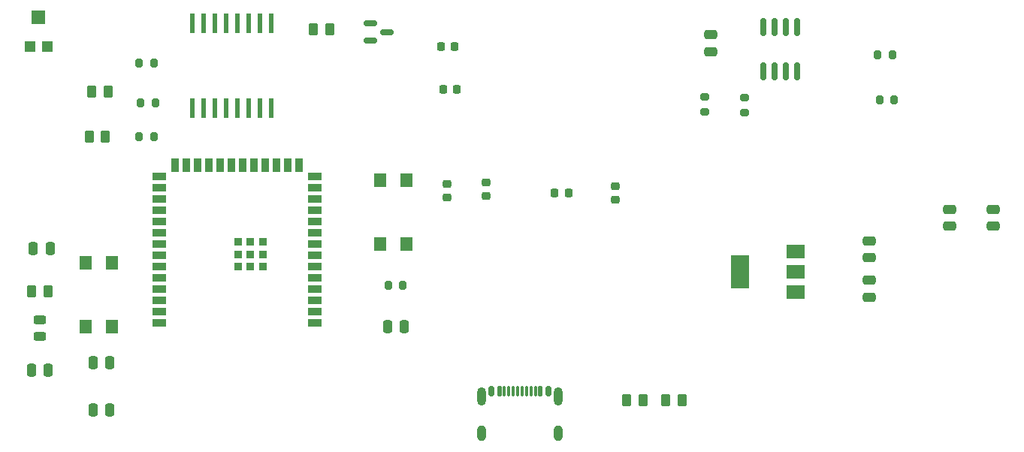
<source format=gbr>
%TF.GenerationSoftware,KiCad,Pcbnew,7.0.10*%
%TF.CreationDate,2024-04-09T13:41:23-07:00*%
%TF.ProjectId,COFFEE_MAKER,434f4646-4545-45f4-9d41-4b45522e6b69,rev?*%
%TF.SameCoordinates,Original*%
%TF.FileFunction,Paste,Top*%
%TF.FilePolarity,Positive*%
%FSLAX46Y46*%
G04 Gerber Fmt 4.6, Leading zero omitted, Abs format (unit mm)*
G04 Created by KiCad (PCBNEW 7.0.10) date 2024-04-09 13:41:23*
%MOMM*%
%LPD*%
G01*
G04 APERTURE LIST*
G04 Aperture macros list*
%AMRoundRect*
0 Rectangle with rounded corners*
0 $1 Rounding radius*
0 $2 $3 $4 $5 $6 $7 $8 $9 X,Y pos of 4 corners*
0 Add a 4 corners polygon primitive as box body*
4,1,4,$2,$3,$4,$5,$6,$7,$8,$9,$2,$3,0*
0 Add four circle primitives for the rounded corners*
1,1,$1+$1,$2,$3*
1,1,$1+$1,$4,$5*
1,1,$1+$1,$6,$7*
1,1,$1+$1,$8,$9*
0 Add four rect primitives between the rounded corners*
20,1,$1+$1,$2,$3,$4,$5,0*
20,1,$1+$1,$4,$5,$6,$7,0*
20,1,$1+$1,$6,$7,$8,$9,0*
20,1,$1+$1,$8,$9,$2,$3,0*%
G04 Aperture macros list end*
%ADD10RoundRect,0.250000X-0.262500X-0.450000X0.262500X-0.450000X0.262500X0.450000X-0.262500X0.450000X0*%
%ADD11RoundRect,0.200000X0.200000X0.275000X-0.200000X0.275000X-0.200000X-0.275000X0.200000X-0.275000X0*%
%ADD12R,1.500000X0.900000*%
%ADD13R,0.900000X1.500000*%
%ADD14R,0.900000X0.900000*%
%ADD15RoundRect,0.250000X-0.250000X-0.475000X0.250000X-0.475000X0.250000X0.475000X-0.250000X0.475000X0*%
%ADD16R,1.400000X1.600000*%
%ADD17RoundRect,0.250000X-0.475000X0.250000X-0.475000X-0.250000X0.475000X-0.250000X0.475000X0.250000X0*%
%ADD18RoundRect,0.200000X-0.200000X-0.275000X0.200000X-0.275000X0.200000X0.275000X-0.200000X0.275000X0*%
%ADD19RoundRect,0.200000X-0.275000X0.200000X-0.275000X-0.200000X0.275000X-0.200000X0.275000X0.200000X0*%
%ADD20RoundRect,0.150000X-0.150000X0.825000X-0.150000X-0.825000X0.150000X-0.825000X0.150000X0.825000X0*%
%ADD21RoundRect,0.250000X0.475000X-0.250000X0.475000X0.250000X-0.475000X0.250000X-0.475000X-0.250000X0*%
%ADD22R,0.600000X2.200000*%
%ADD23RoundRect,0.225000X0.250000X-0.225000X0.250000X0.225000X-0.250000X0.225000X-0.250000X-0.225000X0*%
%ADD24RoundRect,0.150000X-0.587500X-0.150000X0.587500X-0.150000X0.587500X0.150000X-0.587500X0.150000X0*%
%ADD25RoundRect,0.218750X-0.218750X-0.256250X0.218750X-0.256250X0.218750X0.256250X-0.218750X0.256250X0*%
%ADD26RoundRect,0.250000X0.262500X0.450000X-0.262500X0.450000X-0.262500X-0.450000X0.262500X-0.450000X0*%
%ADD27RoundRect,0.243750X0.456250X-0.243750X0.456250X0.243750X-0.456250X0.243750X-0.456250X-0.243750X0*%
%ADD28RoundRect,0.225000X-0.225000X-0.250000X0.225000X-0.250000X0.225000X0.250000X-0.225000X0.250000X0*%
%ADD29R,2.000000X1.500000*%
%ADD30R,2.000000X3.800000*%
%ADD31RoundRect,0.225000X-0.250000X0.225000X-0.250000X-0.225000X0.250000X-0.225000X0.250000X0.225000X0*%
%ADD32RoundRect,0.150000X-0.150000X-0.425000X0.150000X-0.425000X0.150000X0.425000X-0.150000X0.425000X0*%
%ADD33RoundRect,0.110000X-0.110000X-0.465000X0.110000X-0.465000X0.110000X0.465000X-0.110000X0.465000X0*%
%ADD34RoundRect,0.075000X-0.075000X-0.500000X0.075000X-0.500000X0.075000X0.500000X-0.075000X0.500000X0*%
%ADD35O,1.000000X2.100000*%
%ADD36O,1.000000X1.800000*%
%ADD37RoundRect,0.250000X0.250000X0.475000X-0.250000X0.475000X-0.250000X-0.475000X0.250000X-0.475000X0*%
%ADD38R,1.200000X1.200000*%
%ADD39R,1.600000X1.500000*%
G04 APERTURE END LIST*
D10*
%TO.C,R7*%
X117832500Y-83185000D03*
X119657500Y-83185000D03*
%TD*%
D11*
%TO.C,FB1*%
X208350620Y-73929240D03*
X206700620Y-73929240D03*
%TD*%
D12*
%TO.C,U8*%
X143250620Y-104179240D03*
X143250620Y-102909240D03*
X143250620Y-101639240D03*
X143250620Y-100369240D03*
X143250620Y-99099240D03*
X143250620Y-97829240D03*
X143250620Y-96559240D03*
X143250620Y-95289240D03*
X143250620Y-94019240D03*
X143250620Y-92749240D03*
X143250620Y-91479240D03*
X143250620Y-90209240D03*
X143250620Y-88939240D03*
X143250620Y-87669240D03*
D13*
X141485620Y-86419240D03*
X140215620Y-86419240D03*
X138945620Y-86419240D03*
X137675620Y-86419240D03*
X136405620Y-86419240D03*
X135135620Y-86419240D03*
X133865620Y-86419240D03*
X132595620Y-86419240D03*
X131325620Y-86419240D03*
X130055620Y-86419240D03*
X128785620Y-86419240D03*
X127515620Y-86419240D03*
D12*
X125750620Y-87669240D03*
X125750620Y-88939240D03*
X125750620Y-90209240D03*
X125750620Y-91479240D03*
X125750620Y-92749240D03*
X125750620Y-94019240D03*
X125750620Y-95289240D03*
X125750620Y-96559240D03*
X125750620Y-97829240D03*
X125750620Y-99099240D03*
X125750620Y-100369240D03*
X125750620Y-101639240D03*
X125750620Y-102909240D03*
X125750620Y-104179240D03*
D14*
X137400620Y-97859240D03*
X137400620Y-96459240D03*
X137400620Y-95059240D03*
X136000620Y-97859240D03*
X136000620Y-96459240D03*
X136000620Y-95059240D03*
X134600620Y-97859240D03*
X134600620Y-96459240D03*
X134600620Y-95059240D03*
%TD*%
D15*
%TO.C,C18*%
X151450000Y-104648000D03*
X153350000Y-104648000D03*
%TD*%
D16*
%TO.C,SW5*%
X150585000Y-95338000D03*
X150585000Y-88138000D03*
X153585000Y-95338000D03*
X153585000Y-88138000D03*
%TD*%
D17*
%TO.C,C16*%
X205740000Y-94935000D03*
X205740000Y-96835000D03*
%TD*%
D18*
%TO.C,R5*%
X123445000Y-83185000D03*
X125095000Y-83185000D03*
%TD*%
%TO.C,R4*%
X123635000Y-79375000D03*
X125285000Y-79375000D03*
%TD*%
D19*
%TO.C,R2*%
X191643000Y-78804000D03*
X191643000Y-80454000D03*
%TD*%
D20*
%TO.C,U5*%
X197612000Y-70866000D03*
X196342000Y-70866000D03*
X195072000Y-70866000D03*
X193802000Y-70866000D03*
X193802000Y-75816000D03*
X195072000Y-75816000D03*
X196342000Y-75816000D03*
X197612000Y-75816000D03*
%TD*%
D21*
%TO.C,C13*%
X214757000Y-93279000D03*
X214757000Y-91379000D03*
%TD*%
D22*
%TO.C,U4*%
X129420620Y-79974240D03*
X130690620Y-79974240D03*
X131960620Y-79974240D03*
X133230620Y-79974240D03*
X134500620Y-79974240D03*
X135770620Y-79974240D03*
X137040620Y-79974240D03*
X138310620Y-79974240D03*
X138310620Y-70399240D03*
X137040620Y-70399240D03*
X135770620Y-70399240D03*
X134500620Y-70399240D03*
X133230620Y-70399240D03*
X131960620Y-70399240D03*
X130690620Y-70399240D03*
X129420620Y-70399240D03*
%TD*%
D19*
%TO.C,R1*%
X187198000Y-78741000D03*
X187198000Y-80391000D03*
%TD*%
D18*
%TO.C,FB2*%
X206890620Y-79009240D03*
X208540620Y-79009240D03*
%TD*%
%TO.C,R3*%
X123445000Y-74930000D03*
X125095000Y-74930000D03*
%TD*%
D23*
%TO.C,C3*%
X177139500Y-90297000D03*
X177139500Y-88747000D03*
%TD*%
D15*
%TO.C,C20*%
X118242000Y-114046000D03*
X120142000Y-114046000D03*
%TD*%
D24*
%TO.C,Q1*%
X149509000Y-70439240D03*
X149509000Y-72339240D03*
X151384000Y-71389240D03*
%TD*%
D15*
%TO.C,C19*%
X118242000Y-108712000D03*
X120142000Y-108712000D03*
%TD*%
D25*
%TO.C,F1*%
X170256000Y-89535000D03*
X171831000Y-89535000D03*
%TD*%
D21*
%TO.C,C14*%
X219710000Y-93294240D03*
X219710000Y-91394240D03*
%TD*%
D23*
%TO.C,C1*%
X162560000Y-89903000D03*
X162560000Y-88353000D03*
%TD*%
D26*
%TO.C,R12*%
X184658000Y-112903000D03*
X182833000Y-112903000D03*
%TD*%
D27*
%TO.C,D1*%
X112255380Y-105692760D03*
X112255380Y-103817760D03*
%TD*%
D28*
%TO.C,C4*%
X157721000Y-77851000D03*
X159271000Y-77851000D03*
%TD*%
D10*
%TO.C,R11*%
X178411500Y-112903000D03*
X180236500Y-112903000D03*
%TD*%
%TO.C,R8*%
X111347880Y-100612760D03*
X113172880Y-100612760D03*
%TD*%
%TO.C,R9*%
X143105500Y-71120000D03*
X144930500Y-71120000D03*
%TD*%
D29*
%TO.C,U7*%
X197435000Y-100725000D03*
X197435000Y-98425000D03*
D30*
X191135000Y-98425000D03*
D29*
X197435000Y-96125000D03*
%TD*%
D17*
%TO.C,C17*%
X205740000Y-99380000D03*
X205740000Y-101280000D03*
%TD*%
D21*
%TO.C,C5*%
X187840620Y-73609240D03*
X187840620Y-71709240D03*
%TD*%
D31*
%TO.C,C2*%
X158115000Y-88493000D03*
X158115000Y-90043000D03*
%TD*%
D25*
%TO.C,F2*%
X157454500Y-73025000D03*
X159029500Y-73025000D03*
%TD*%
D32*
%TO.C,J5*%
X163170000Y-111890000D03*
D33*
X164050000Y-111890000D03*
D34*
X165120000Y-111890000D03*
X166120000Y-111890000D03*
X166620000Y-111890000D03*
X167620000Y-111890000D03*
D32*
X169570000Y-111890000D03*
D33*
X168690000Y-111890000D03*
D34*
X168120000Y-111890000D03*
X167120000Y-111890000D03*
X165620000Y-111890000D03*
X164620000Y-111890000D03*
D35*
X162050000Y-112465000D03*
D36*
X162050000Y-116645000D03*
D35*
X170690000Y-112465000D03*
D36*
X170690000Y-116645000D03*
%TD*%
D37*
%TO.C,C10*%
X113409880Y-95830760D03*
X111509880Y-95830760D03*
%TD*%
D18*
%TO.C,R10*%
X151550000Y-99993000D03*
X153200000Y-99993000D03*
%TD*%
D38*
%TO.C,RV1*%
X111125000Y-73025000D03*
D39*
X112125000Y-69775000D03*
D38*
X113125000Y-73025000D03*
%TD*%
D10*
%TO.C,R6*%
X118110000Y-78105000D03*
X119935000Y-78105000D03*
%TD*%
D37*
%TO.C,C21*%
X113210380Y-109502760D03*
X111310380Y-109502760D03*
%TD*%
D16*
%TO.C,SW6*%
X117396000Y-104648000D03*
X117396000Y-97448000D03*
X120396000Y-104648000D03*
X120396000Y-97448000D03*
%TD*%
M02*

</source>
